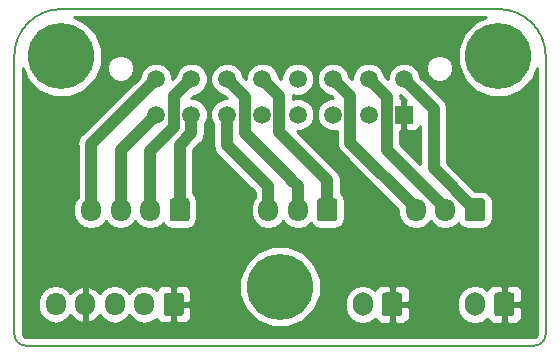
<source format=gbl>
%TF.GenerationSoftware,KiCad,Pcbnew,5.0.2+dfsg1-1*%
%TF.CreationDate,2022-04-03T13:41:23+09:00*%
%TF.ProjectId,toolhead-board,746f6f6c-6865-4616-942d-626f6172642e,rev?*%
%TF.SameCoordinates,Original*%
%TF.FileFunction,Copper,L2,Bot*%
%TF.FilePolarity,Positive*%
%FSLAX46Y46*%
G04 Gerber Fmt 4.6, Leading zero omitted, Abs format (unit mm)*
G04 Created by KiCad (PCBNEW 5.0.2+dfsg1-1) date Sun 03 Apr 2022 01:41:23 PM JST*
%MOMM*%
%LPD*%
G01*
G04 APERTURE LIST*
%ADD10C,0.150000*%
%ADD11O,1.700000X1.950000*%
%ADD12C,0.100000*%
%ADD13C,1.700000*%
%ADD14R,1.500500X1.500500*%
%ADD15C,1.500500*%
%ADD16O,1.700000X2.000000*%
%ADD17C,5.600000*%
%ADD18C,1.000000*%
%ADD19C,0.254000*%
G04 APERTURE END LIST*
D10*
X165000000Y-98500000D02*
G75*
G02X164000000Y-99500000I-1000000J0D01*
G01*
X121000000Y-99500000D02*
G75*
G02X120000000Y-98500000I0J1000000D01*
G01*
X161000000Y-71000000D02*
G75*
G02X165000000Y-75000000I0J-4000000D01*
G01*
X120000000Y-75000000D02*
G75*
G02X124000000Y-71000000I4000000J0D01*
G01*
X120000000Y-75000000D02*
X120000000Y-98500000D01*
X161000000Y-71000000D02*
X124000000Y-71000000D01*
X165000000Y-98500000D02*
X165000000Y-75000000D01*
X121000000Y-99500000D02*
X164000000Y-99500000D01*
D11*
X154000000Y-88000000D03*
X156500000Y-88000000D03*
D12*
G36*
X159624504Y-87026204D02*
X159648773Y-87029804D01*
X159672571Y-87035765D01*
X159695671Y-87044030D01*
X159717849Y-87054520D01*
X159738893Y-87067133D01*
X159758598Y-87081747D01*
X159776777Y-87098223D01*
X159793253Y-87116402D01*
X159807867Y-87136107D01*
X159820480Y-87157151D01*
X159830970Y-87179329D01*
X159839235Y-87202429D01*
X159845196Y-87226227D01*
X159848796Y-87250496D01*
X159850000Y-87275000D01*
X159850000Y-88725000D01*
X159848796Y-88749504D01*
X159845196Y-88773773D01*
X159839235Y-88797571D01*
X159830970Y-88820671D01*
X159820480Y-88842849D01*
X159807867Y-88863893D01*
X159793253Y-88883598D01*
X159776777Y-88901777D01*
X159758598Y-88918253D01*
X159738893Y-88932867D01*
X159717849Y-88945480D01*
X159695671Y-88955970D01*
X159672571Y-88964235D01*
X159648773Y-88970196D01*
X159624504Y-88973796D01*
X159600000Y-88975000D01*
X158400000Y-88975000D01*
X158375496Y-88973796D01*
X158351227Y-88970196D01*
X158327429Y-88964235D01*
X158304329Y-88955970D01*
X158282151Y-88945480D01*
X158261107Y-88932867D01*
X158241402Y-88918253D01*
X158223223Y-88901777D01*
X158206747Y-88883598D01*
X158192133Y-88863893D01*
X158179520Y-88842849D01*
X158169030Y-88820671D01*
X158160765Y-88797571D01*
X158154804Y-88773773D01*
X158151204Y-88749504D01*
X158150000Y-88725000D01*
X158150000Y-87275000D01*
X158151204Y-87250496D01*
X158154804Y-87226227D01*
X158160765Y-87202429D01*
X158169030Y-87179329D01*
X158179520Y-87157151D01*
X158192133Y-87136107D01*
X158206747Y-87116402D01*
X158223223Y-87098223D01*
X158241402Y-87081747D01*
X158261107Y-87067133D01*
X158282151Y-87054520D01*
X158304329Y-87044030D01*
X158327429Y-87035765D01*
X158351227Y-87029804D01*
X158375496Y-87026204D01*
X158400000Y-87025000D01*
X159600000Y-87025000D01*
X159624504Y-87026204D01*
X159624504Y-87026204D01*
G37*
D13*
X159000000Y-88000000D03*
D14*
X152999994Y-79940000D03*
D15*
X149999995Y-79940000D03*
X146999996Y-79940000D03*
X143999997Y-79940000D03*
X140999998Y-79940000D03*
X137999999Y-79940000D03*
X135000000Y-79940000D03*
X132000000Y-79940000D03*
X152999994Y-76940001D03*
X149999995Y-76940001D03*
X146999996Y-76940001D03*
X143999997Y-76940001D03*
X140999998Y-76940001D03*
X137999999Y-76940001D03*
X135000000Y-76940001D03*
X132000000Y-76940001D03*
D16*
X159000000Y-96000000D03*
D12*
G36*
X162124504Y-95001204D02*
X162148773Y-95004804D01*
X162172571Y-95010765D01*
X162195671Y-95019030D01*
X162217849Y-95029520D01*
X162238893Y-95042133D01*
X162258598Y-95056747D01*
X162276777Y-95073223D01*
X162293253Y-95091402D01*
X162307867Y-95111107D01*
X162320480Y-95132151D01*
X162330970Y-95154329D01*
X162339235Y-95177429D01*
X162345196Y-95201227D01*
X162348796Y-95225496D01*
X162350000Y-95250000D01*
X162350000Y-96750000D01*
X162348796Y-96774504D01*
X162345196Y-96798773D01*
X162339235Y-96822571D01*
X162330970Y-96845671D01*
X162320480Y-96867849D01*
X162307867Y-96888893D01*
X162293253Y-96908598D01*
X162276777Y-96926777D01*
X162258598Y-96943253D01*
X162238893Y-96957867D01*
X162217849Y-96970480D01*
X162195671Y-96980970D01*
X162172571Y-96989235D01*
X162148773Y-96995196D01*
X162124504Y-96998796D01*
X162100000Y-97000000D01*
X160900000Y-97000000D01*
X160875496Y-96998796D01*
X160851227Y-96995196D01*
X160827429Y-96989235D01*
X160804329Y-96980970D01*
X160782151Y-96970480D01*
X160761107Y-96957867D01*
X160741402Y-96943253D01*
X160723223Y-96926777D01*
X160706747Y-96908598D01*
X160692133Y-96888893D01*
X160679520Y-96867849D01*
X160669030Y-96845671D01*
X160660765Y-96822571D01*
X160654804Y-96798773D01*
X160651204Y-96774504D01*
X160650000Y-96750000D01*
X160650000Y-95250000D01*
X160651204Y-95225496D01*
X160654804Y-95201227D01*
X160660765Y-95177429D01*
X160669030Y-95154329D01*
X160679520Y-95132151D01*
X160692133Y-95111107D01*
X160706747Y-95091402D01*
X160723223Y-95073223D01*
X160741402Y-95056747D01*
X160761107Y-95042133D01*
X160782151Y-95029520D01*
X160804329Y-95019030D01*
X160827429Y-95010765D01*
X160851227Y-95004804D01*
X160875496Y-95001204D01*
X160900000Y-95000000D01*
X162100000Y-95000000D01*
X162124504Y-95001204D01*
X162124504Y-95001204D01*
G37*
D13*
X161500000Y-96000000D03*
D12*
G36*
X152624504Y-95001204D02*
X152648773Y-95004804D01*
X152672571Y-95010765D01*
X152695671Y-95019030D01*
X152717849Y-95029520D01*
X152738893Y-95042133D01*
X152758598Y-95056747D01*
X152776777Y-95073223D01*
X152793253Y-95091402D01*
X152807867Y-95111107D01*
X152820480Y-95132151D01*
X152830970Y-95154329D01*
X152839235Y-95177429D01*
X152845196Y-95201227D01*
X152848796Y-95225496D01*
X152850000Y-95250000D01*
X152850000Y-96750000D01*
X152848796Y-96774504D01*
X152845196Y-96798773D01*
X152839235Y-96822571D01*
X152830970Y-96845671D01*
X152820480Y-96867849D01*
X152807867Y-96888893D01*
X152793253Y-96908598D01*
X152776777Y-96926777D01*
X152758598Y-96943253D01*
X152738893Y-96957867D01*
X152717849Y-96970480D01*
X152695671Y-96980970D01*
X152672571Y-96989235D01*
X152648773Y-96995196D01*
X152624504Y-96998796D01*
X152600000Y-97000000D01*
X151400000Y-97000000D01*
X151375496Y-96998796D01*
X151351227Y-96995196D01*
X151327429Y-96989235D01*
X151304329Y-96980970D01*
X151282151Y-96970480D01*
X151261107Y-96957867D01*
X151241402Y-96943253D01*
X151223223Y-96926777D01*
X151206747Y-96908598D01*
X151192133Y-96888893D01*
X151179520Y-96867849D01*
X151169030Y-96845671D01*
X151160765Y-96822571D01*
X151154804Y-96798773D01*
X151151204Y-96774504D01*
X151150000Y-96750000D01*
X151150000Y-95250000D01*
X151151204Y-95225496D01*
X151154804Y-95201227D01*
X151160765Y-95177429D01*
X151169030Y-95154329D01*
X151179520Y-95132151D01*
X151192133Y-95111107D01*
X151206747Y-95091402D01*
X151223223Y-95073223D01*
X151241402Y-95056747D01*
X151261107Y-95042133D01*
X151282151Y-95029520D01*
X151304329Y-95019030D01*
X151327429Y-95010765D01*
X151351227Y-95004804D01*
X151375496Y-95001204D01*
X151400000Y-95000000D01*
X152600000Y-95000000D01*
X152624504Y-95001204D01*
X152624504Y-95001204D01*
G37*
D13*
X152000000Y-96000000D03*
D16*
X149500000Y-96000000D03*
D12*
G36*
X147124504Y-87026204D02*
X147148773Y-87029804D01*
X147172571Y-87035765D01*
X147195671Y-87044030D01*
X147217849Y-87054520D01*
X147238893Y-87067133D01*
X147258598Y-87081747D01*
X147276777Y-87098223D01*
X147293253Y-87116402D01*
X147307867Y-87136107D01*
X147320480Y-87157151D01*
X147330970Y-87179329D01*
X147339235Y-87202429D01*
X147345196Y-87226227D01*
X147348796Y-87250496D01*
X147350000Y-87275000D01*
X147350000Y-88725000D01*
X147348796Y-88749504D01*
X147345196Y-88773773D01*
X147339235Y-88797571D01*
X147330970Y-88820671D01*
X147320480Y-88842849D01*
X147307867Y-88863893D01*
X147293253Y-88883598D01*
X147276777Y-88901777D01*
X147258598Y-88918253D01*
X147238893Y-88932867D01*
X147217849Y-88945480D01*
X147195671Y-88955970D01*
X147172571Y-88964235D01*
X147148773Y-88970196D01*
X147124504Y-88973796D01*
X147100000Y-88975000D01*
X145900000Y-88975000D01*
X145875496Y-88973796D01*
X145851227Y-88970196D01*
X145827429Y-88964235D01*
X145804329Y-88955970D01*
X145782151Y-88945480D01*
X145761107Y-88932867D01*
X145741402Y-88918253D01*
X145723223Y-88901777D01*
X145706747Y-88883598D01*
X145692133Y-88863893D01*
X145679520Y-88842849D01*
X145669030Y-88820671D01*
X145660765Y-88797571D01*
X145654804Y-88773773D01*
X145651204Y-88749504D01*
X145650000Y-88725000D01*
X145650000Y-87275000D01*
X145651204Y-87250496D01*
X145654804Y-87226227D01*
X145660765Y-87202429D01*
X145669030Y-87179329D01*
X145679520Y-87157151D01*
X145692133Y-87136107D01*
X145706747Y-87116402D01*
X145723223Y-87098223D01*
X145741402Y-87081747D01*
X145761107Y-87067133D01*
X145782151Y-87054520D01*
X145804329Y-87044030D01*
X145827429Y-87035765D01*
X145851227Y-87029804D01*
X145875496Y-87026204D01*
X145900000Y-87025000D01*
X147100000Y-87025000D01*
X147124504Y-87026204D01*
X147124504Y-87026204D01*
G37*
D13*
X146500000Y-88000000D03*
D11*
X144000000Y-88000000D03*
X141500000Y-88000000D03*
D12*
G36*
X134624504Y-87026204D02*
X134648773Y-87029804D01*
X134672571Y-87035765D01*
X134695671Y-87044030D01*
X134717849Y-87054520D01*
X134738893Y-87067133D01*
X134758598Y-87081747D01*
X134776777Y-87098223D01*
X134793253Y-87116402D01*
X134807867Y-87136107D01*
X134820480Y-87157151D01*
X134830970Y-87179329D01*
X134839235Y-87202429D01*
X134845196Y-87226227D01*
X134848796Y-87250496D01*
X134850000Y-87275000D01*
X134850000Y-88725000D01*
X134848796Y-88749504D01*
X134845196Y-88773773D01*
X134839235Y-88797571D01*
X134830970Y-88820671D01*
X134820480Y-88842849D01*
X134807867Y-88863893D01*
X134793253Y-88883598D01*
X134776777Y-88901777D01*
X134758598Y-88918253D01*
X134738893Y-88932867D01*
X134717849Y-88945480D01*
X134695671Y-88955970D01*
X134672571Y-88964235D01*
X134648773Y-88970196D01*
X134624504Y-88973796D01*
X134600000Y-88975000D01*
X133400000Y-88975000D01*
X133375496Y-88973796D01*
X133351227Y-88970196D01*
X133327429Y-88964235D01*
X133304329Y-88955970D01*
X133282151Y-88945480D01*
X133261107Y-88932867D01*
X133241402Y-88918253D01*
X133223223Y-88901777D01*
X133206747Y-88883598D01*
X133192133Y-88863893D01*
X133179520Y-88842849D01*
X133169030Y-88820671D01*
X133160765Y-88797571D01*
X133154804Y-88773773D01*
X133151204Y-88749504D01*
X133150000Y-88725000D01*
X133150000Y-87275000D01*
X133151204Y-87250496D01*
X133154804Y-87226227D01*
X133160765Y-87202429D01*
X133169030Y-87179329D01*
X133179520Y-87157151D01*
X133192133Y-87136107D01*
X133206747Y-87116402D01*
X133223223Y-87098223D01*
X133241402Y-87081747D01*
X133261107Y-87067133D01*
X133282151Y-87054520D01*
X133304329Y-87044030D01*
X133327429Y-87035765D01*
X133351227Y-87029804D01*
X133375496Y-87026204D01*
X133400000Y-87025000D01*
X134600000Y-87025000D01*
X134624504Y-87026204D01*
X134624504Y-87026204D01*
G37*
D13*
X134000000Y-88000000D03*
D11*
X131500000Y-88000000D03*
X129000000Y-88000000D03*
X126500000Y-88000000D03*
D12*
G36*
X134124504Y-95026204D02*
X134148773Y-95029804D01*
X134172571Y-95035765D01*
X134195671Y-95044030D01*
X134217849Y-95054520D01*
X134238893Y-95067133D01*
X134258598Y-95081747D01*
X134276777Y-95098223D01*
X134293253Y-95116402D01*
X134307867Y-95136107D01*
X134320480Y-95157151D01*
X134330970Y-95179329D01*
X134339235Y-95202429D01*
X134345196Y-95226227D01*
X134348796Y-95250496D01*
X134350000Y-95275000D01*
X134350000Y-96725000D01*
X134348796Y-96749504D01*
X134345196Y-96773773D01*
X134339235Y-96797571D01*
X134330970Y-96820671D01*
X134320480Y-96842849D01*
X134307867Y-96863893D01*
X134293253Y-96883598D01*
X134276777Y-96901777D01*
X134258598Y-96918253D01*
X134238893Y-96932867D01*
X134217849Y-96945480D01*
X134195671Y-96955970D01*
X134172571Y-96964235D01*
X134148773Y-96970196D01*
X134124504Y-96973796D01*
X134100000Y-96975000D01*
X132900000Y-96975000D01*
X132875496Y-96973796D01*
X132851227Y-96970196D01*
X132827429Y-96964235D01*
X132804329Y-96955970D01*
X132782151Y-96945480D01*
X132761107Y-96932867D01*
X132741402Y-96918253D01*
X132723223Y-96901777D01*
X132706747Y-96883598D01*
X132692133Y-96863893D01*
X132679520Y-96842849D01*
X132669030Y-96820671D01*
X132660765Y-96797571D01*
X132654804Y-96773773D01*
X132651204Y-96749504D01*
X132650000Y-96725000D01*
X132650000Y-95275000D01*
X132651204Y-95250496D01*
X132654804Y-95226227D01*
X132660765Y-95202429D01*
X132669030Y-95179329D01*
X132679520Y-95157151D01*
X132692133Y-95136107D01*
X132706747Y-95116402D01*
X132723223Y-95098223D01*
X132741402Y-95081747D01*
X132761107Y-95067133D01*
X132782151Y-95054520D01*
X132804329Y-95044030D01*
X132827429Y-95035765D01*
X132851227Y-95029804D01*
X132875496Y-95026204D01*
X132900000Y-95025000D01*
X134100000Y-95025000D01*
X134124504Y-95026204D01*
X134124504Y-95026204D01*
G37*
D13*
X133500000Y-96000000D03*
D11*
X131000000Y-96000000D03*
X128500000Y-96000000D03*
X126000000Y-96000000D03*
X123500000Y-96000000D03*
D17*
X124000000Y-75000000D03*
X161000000Y-75000000D03*
X142500000Y-94500000D03*
D18*
X142450249Y-78390252D02*
X142450249Y-81450249D01*
X140999998Y-76940001D02*
X142450249Y-78390252D01*
X146500000Y-85500000D02*
X146500000Y-88000000D01*
X142450249Y-81450249D02*
X146500000Y-85500000D01*
X144000000Y-86025000D02*
X144000000Y-88000000D01*
X137999999Y-76940001D02*
X139549747Y-78489749D01*
X143475000Y-85500000D02*
X144000000Y-86025000D01*
X143475000Y-85425253D02*
X139549747Y-81500000D01*
X143475000Y-85500000D02*
X143475000Y-85425253D01*
X139549747Y-78489749D02*
X139549747Y-81500000D01*
X141500000Y-86025000D02*
X137999999Y-82524999D01*
X141500000Y-88000000D02*
X141500000Y-86025000D01*
X137999999Y-82524999D02*
X137999999Y-82000000D01*
X137999999Y-79940000D02*
X137999999Y-82000000D01*
X148450247Y-82325247D02*
X148450247Y-78390252D01*
X148450247Y-78390252D02*
X146999996Y-76940001D01*
X154000000Y-87875000D02*
X148450247Y-82325247D01*
X154000000Y-88000000D02*
X154000000Y-87875000D01*
X156500000Y-87875000D02*
X156500000Y-88000000D01*
X151549743Y-82924743D02*
X156500000Y-87875000D01*
X151549743Y-78489749D02*
X151549743Y-82924743D01*
X149999995Y-76940001D02*
X151549743Y-78489749D01*
X155500000Y-84500000D02*
X159000000Y-88000000D01*
X155500000Y-79440007D02*
X155500000Y-84500000D01*
X152999994Y-76940001D02*
X155500000Y-79440007D01*
X135000000Y-81500000D02*
X135000000Y-79940000D01*
X134000000Y-82500000D02*
X135000000Y-81500000D01*
X134000000Y-88000000D02*
X134000000Y-82500000D01*
X133549749Y-78390252D02*
X135000000Y-76940001D01*
X131500000Y-83049749D02*
X133549749Y-81000000D01*
X133549749Y-81000000D02*
X133549749Y-78390252D01*
X131500000Y-88000000D02*
X131500000Y-83049749D01*
X129000000Y-82940000D02*
X132000000Y-79940000D01*
X129000000Y-88000000D02*
X129000000Y-82940000D01*
X126500000Y-82440001D02*
X132000000Y-76940001D01*
X126500000Y-88000000D02*
X126500000Y-82440001D01*
D19*
G36*
X159054229Y-72087947D02*
X158087947Y-73054229D01*
X157565000Y-74316736D01*
X157565000Y-75683264D01*
X158087947Y-76945771D01*
X159054229Y-77912053D01*
X160316736Y-78435000D01*
X161683264Y-78435000D01*
X162945771Y-77912053D01*
X163912053Y-76945771D01*
X164290001Y-76033323D01*
X164290000Y-98430070D01*
X164255074Y-98605655D01*
X164195225Y-98695226D01*
X164105655Y-98755074D01*
X163930070Y-98790000D01*
X121069930Y-98790000D01*
X120894345Y-98755074D01*
X120804774Y-98695225D01*
X120744926Y-98605655D01*
X120710000Y-98430070D01*
X120710000Y-95728744D01*
X122015000Y-95728744D01*
X122015000Y-96271255D01*
X122101161Y-96704417D01*
X122429375Y-97195625D01*
X122920582Y-97523839D01*
X123500000Y-97639092D01*
X124079417Y-97523839D01*
X124570625Y-97195625D01*
X124753246Y-96922313D01*
X125128807Y-97327497D01*
X125643110Y-97566476D01*
X125873000Y-97445155D01*
X125873000Y-96127000D01*
X125853000Y-96127000D01*
X125853000Y-95873000D01*
X125873000Y-95873000D01*
X125873000Y-94554845D01*
X126127000Y-94554845D01*
X126127000Y-95873000D01*
X126147000Y-95873000D01*
X126147000Y-96127000D01*
X126127000Y-96127000D01*
X126127000Y-97445155D01*
X126356890Y-97566476D01*
X126871193Y-97327497D01*
X127246754Y-96922313D01*
X127429375Y-97195625D01*
X127920582Y-97523839D01*
X128500000Y-97639092D01*
X129079417Y-97523839D01*
X129570625Y-97195625D01*
X129750000Y-96927171D01*
X129929375Y-97195625D01*
X130420582Y-97523839D01*
X131000000Y-97639092D01*
X131579417Y-97523839D01*
X132057656Y-97204291D01*
X132111673Y-97334699D01*
X132290302Y-97513327D01*
X132523691Y-97610000D01*
X133214250Y-97610000D01*
X133373000Y-97451250D01*
X133373000Y-96127000D01*
X133627000Y-96127000D01*
X133627000Y-97451250D01*
X133785750Y-97610000D01*
X134476309Y-97610000D01*
X134709698Y-97513327D01*
X134888327Y-97334699D01*
X134985000Y-97101310D01*
X134985000Y-96285750D01*
X134826250Y-96127000D01*
X133627000Y-96127000D01*
X133373000Y-96127000D01*
X133353000Y-96127000D01*
X133353000Y-95873000D01*
X133373000Y-95873000D01*
X133373000Y-94548750D01*
X133627000Y-94548750D01*
X133627000Y-95873000D01*
X134826250Y-95873000D01*
X134985000Y-95714250D01*
X134985000Y-94898690D01*
X134888327Y-94665301D01*
X134709698Y-94486673D01*
X134476309Y-94390000D01*
X133785750Y-94390000D01*
X133627000Y-94548750D01*
X133373000Y-94548750D01*
X133214250Y-94390000D01*
X132523691Y-94390000D01*
X132290302Y-94486673D01*
X132111673Y-94665301D01*
X132057656Y-94795709D01*
X131579418Y-94476161D01*
X131000000Y-94360908D01*
X130420583Y-94476161D01*
X129929375Y-94804375D01*
X129750000Y-95072829D01*
X129570625Y-94804375D01*
X129079418Y-94476161D01*
X128500000Y-94360908D01*
X127920583Y-94476161D01*
X127429375Y-94804375D01*
X127246754Y-95077687D01*
X126871193Y-94672503D01*
X126356890Y-94433524D01*
X126127000Y-94554845D01*
X125873000Y-94554845D01*
X125643110Y-94433524D01*
X125128807Y-94672503D01*
X124753246Y-95077687D01*
X124570625Y-94804375D01*
X124079418Y-94476161D01*
X123500000Y-94360908D01*
X122920583Y-94476161D01*
X122429375Y-94804375D01*
X122101161Y-95295582D01*
X122015000Y-95728744D01*
X120710000Y-95728744D01*
X120710000Y-93816736D01*
X139065000Y-93816736D01*
X139065000Y-95183264D01*
X139587947Y-96445771D01*
X140554229Y-97412053D01*
X141816736Y-97935000D01*
X143183264Y-97935000D01*
X144445771Y-97412053D01*
X145412053Y-96445771D01*
X145719410Y-95703744D01*
X148015000Y-95703744D01*
X148015000Y-96296255D01*
X148101161Y-96729417D01*
X148429375Y-97220625D01*
X148920582Y-97548839D01*
X149500000Y-97664092D01*
X150079417Y-97548839D01*
X150557656Y-97229291D01*
X150611673Y-97359699D01*
X150790302Y-97538327D01*
X151023691Y-97635000D01*
X151714250Y-97635000D01*
X151873000Y-97476250D01*
X151873000Y-96127000D01*
X152127000Y-96127000D01*
X152127000Y-97476250D01*
X152285750Y-97635000D01*
X152976309Y-97635000D01*
X153209698Y-97538327D01*
X153388327Y-97359699D01*
X153485000Y-97126310D01*
X153485000Y-96285750D01*
X153326250Y-96127000D01*
X152127000Y-96127000D01*
X151873000Y-96127000D01*
X151853000Y-96127000D01*
X151853000Y-95873000D01*
X151873000Y-95873000D01*
X151873000Y-94523750D01*
X152127000Y-94523750D01*
X152127000Y-95873000D01*
X153326250Y-95873000D01*
X153485000Y-95714250D01*
X153485000Y-95703744D01*
X157515000Y-95703744D01*
X157515000Y-96296255D01*
X157601161Y-96729417D01*
X157929375Y-97220625D01*
X158420582Y-97548839D01*
X159000000Y-97664092D01*
X159579417Y-97548839D01*
X160057656Y-97229291D01*
X160111673Y-97359699D01*
X160290302Y-97538327D01*
X160523691Y-97635000D01*
X161214250Y-97635000D01*
X161373000Y-97476250D01*
X161373000Y-96127000D01*
X161627000Y-96127000D01*
X161627000Y-97476250D01*
X161785750Y-97635000D01*
X162476309Y-97635000D01*
X162709698Y-97538327D01*
X162888327Y-97359699D01*
X162985000Y-97126310D01*
X162985000Y-96285750D01*
X162826250Y-96127000D01*
X161627000Y-96127000D01*
X161373000Y-96127000D01*
X161353000Y-96127000D01*
X161353000Y-95873000D01*
X161373000Y-95873000D01*
X161373000Y-94523750D01*
X161627000Y-94523750D01*
X161627000Y-95873000D01*
X162826250Y-95873000D01*
X162985000Y-95714250D01*
X162985000Y-94873690D01*
X162888327Y-94640301D01*
X162709698Y-94461673D01*
X162476309Y-94365000D01*
X161785750Y-94365000D01*
X161627000Y-94523750D01*
X161373000Y-94523750D01*
X161214250Y-94365000D01*
X160523691Y-94365000D01*
X160290302Y-94461673D01*
X160111673Y-94640301D01*
X160057656Y-94770709D01*
X159579418Y-94451161D01*
X159000000Y-94335908D01*
X158420583Y-94451161D01*
X157929375Y-94779375D01*
X157601161Y-95270582D01*
X157515000Y-95703744D01*
X153485000Y-95703744D01*
X153485000Y-94873690D01*
X153388327Y-94640301D01*
X153209698Y-94461673D01*
X152976309Y-94365000D01*
X152285750Y-94365000D01*
X152127000Y-94523750D01*
X151873000Y-94523750D01*
X151714250Y-94365000D01*
X151023691Y-94365000D01*
X150790302Y-94461673D01*
X150611673Y-94640301D01*
X150557656Y-94770709D01*
X150079418Y-94451161D01*
X149500000Y-94335908D01*
X148920583Y-94451161D01*
X148429375Y-94779375D01*
X148101161Y-95270582D01*
X148015000Y-95703744D01*
X145719410Y-95703744D01*
X145935000Y-95183264D01*
X145935000Y-93816736D01*
X145412053Y-92554229D01*
X144445771Y-91587947D01*
X143183264Y-91065000D01*
X141816736Y-91065000D01*
X140554229Y-91587947D01*
X139587947Y-92554229D01*
X139065000Y-93816736D01*
X120710000Y-93816736D01*
X120710000Y-87728744D01*
X125015000Y-87728744D01*
X125015000Y-88271255D01*
X125101161Y-88704417D01*
X125429375Y-89195625D01*
X125920582Y-89523839D01*
X126500000Y-89639092D01*
X127079417Y-89523839D01*
X127570625Y-89195625D01*
X127750000Y-88927171D01*
X127929375Y-89195625D01*
X128420582Y-89523839D01*
X129000000Y-89639092D01*
X129579417Y-89523839D01*
X130070625Y-89195625D01*
X130250000Y-88927171D01*
X130429375Y-89195625D01*
X130920582Y-89523839D01*
X131500000Y-89639092D01*
X132079417Y-89523839D01*
X132570625Y-89195625D01*
X132613242Y-89131844D01*
X132765414Y-89359586D01*
X133056565Y-89554126D01*
X133400000Y-89622440D01*
X134600000Y-89622440D01*
X134943435Y-89554126D01*
X135234586Y-89359586D01*
X135429126Y-89068435D01*
X135497440Y-88725000D01*
X135497440Y-87275000D01*
X135429126Y-86931565D01*
X135234586Y-86640414D01*
X135135000Y-86573873D01*
X135135000Y-82970132D01*
X135723524Y-82381609D01*
X135818289Y-82318289D01*
X136069146Y-81942855D01*
X136100990Y-81782765D01*
X136157235Y-81500000D01*
X136135000Y-81388217D01*
X136135000Y-80764040D01*
X136174359Y-80724681D01*
X136385250Y-80215543D01*
X136385250Y-79664457D01*
X136174359Y-79155319D01*
X135784681Y-78765641D01*
X135275543Y-78554750D01*
X134990382Y-78554750D01*
X135219882Y-78325251D01*
X135275543Y-78325251D01*
X135784681Y-78114360D01*
X136174359Y-77724682D01*
X136385250Y-77215544D01*
X136385250Y-76664458D01*
X136614749Y-76664458D01*
X136614749Y-77215544D01*
X136825640Y-77724682D01*
X137215318Y-78114360D01*
X137724456Y-78325251D01*
X137780118Y-78325251D01*
X138009616Y-78554750D01*
X137724456Y-78554750D01*
X137215318Y-78765641D01*
X136825640Y-79155319D01*
X136614749Y-79664457D01*
X136614749Y-80215543D01*
X136825640Y-80724681D01*
X136864999Y-80764040D01*
X136865000Y-81888212D01*
X136864999Y-81888217D01*
X136864999Y-82413216D01*
X136842764Y-82524999D01*
X136891120Y-82768101D01*
X136930853Y-82967853D01*
X137181710Y-83343288D01*
X137276481Y-83406612D01*
X140365001Y-86495133D01*
X140365001Y-86900718D01*
X140101161Y-87295582D01*
X140015000Y-87728744D01*
X140015000Y-88271255D01*
X140101161Y-88704417D01*
X140429375Y-89195625D01*
X140920582Y-89523839D01*
X141500000Y-89639092D01*
X142079417Y-89523839D01*
X142570625Y-89195625D01*
X142750000Y-88927171D01*
X142929375Y-89195625D01*
X143420582Y-89523839D01*
X144000000Y-89639092D01*
X144579417Y-89523839D01*
X145070625Y-89195625D01*
X145113242Y-89131844D01*
X145265414Y-89359586D01*
X145556565Y-89554126D01*
X145900000Y-89622440D01*
X147100000Y-89622440D01*
X147443435Y-89554126D01*
X147734586Y-89359586D01*
X147929126Y-89068435D01*
X147997440Y-88725000D01*
X147997440Y-87275000D01*
X147929126Y-86931565D01*
X147734586Y-86640414D01*
X147635000Y-86573873D01*
X147635000Y-85611782D01*
X147657235Y-85500000D01*
X147569146Y-85057145D01*
X147519202Y-84982399D01*
X147318289Y-84681711D01*
X147223522Y-84618390D01*
X143930381Y-81325250D01*
X144275540Y-81325250D01*
X144784678Y-81114359D01*
X145174356Y-80724681D01*
X145385247Y-80215543D01*
X145385247Y-79664457D01*
X145174356Y-79155319D01*
X144784678Y-78765641D01*
X144275540Y-78554750D01*
X143724454Y-78554750D01*
X143585249Y-78612410D01*
X143585249Y-78502035D01*
X143607484Y-78390252D01*
X143582891Y-78266614D01*
X143724454Y-78325251D01*
X144275540Y-78325251D01*
X144784678Y-78114360D01*
X145174356Y-77724682D01*
X145385247Y-77215544D01*
X145385247Y-76664458D01*
X145614746Y-76664458D01*
X145614746Y-77215544D01*
X145825637Y-77724682D01*
X146215315Y-78114360D01*
X146724453Y-78325251D01*
X146780115Y-78325251D01*
X147009613Y-78554750D01*
X146724453Y-78554750D01*
X146215315Y-78765641D01*
X145825637Y-79155319D01*
X145614746Y-79664457D01*
X145614746Y-80215543D01*
X145825637Y-80724681D01*
X146215315Y-81114359D01*
X146724453Y-81325250D01*
X147275539Y-81325250D01*
X147315247Y-81308802D01*
X147315247Y-82213464D01*
X147293012Y-82325247D01*
X147349035Y-82606894D01*
X147381101Y-82768101D01*
X147631958Y-83143536D01*
X147726729Y-83206860D01*
X152515000Y-87995132D01*
X152515000Y-88271255D01*
X152601161Y-88704417D01*
X152929375Y-89195625D01*
X153420582Y-89523839D01*
X154000000Y-89639092D01*
X154579417Y-89523839D01*
X155070625Y-89195625D01*
X155250000Y-88927171D01*
X155429375Y-89195625D01*
X155920582Y-89523839D01*
X156500000Y-89639092D01*
X157079417Y-89523839D01*
X157570625Y-89195625D01*
X157613242Y-89131844D01*
X157765414Y-89359586D01*
X158056565Y-89554126D01*
X158400000Y-89622440D01*
X159600000Y-89622440D01*
X159943435Y-89554126D01*
X160234586Y-89359586D01*
X160429126Y-89068435D01*
X160497440Y-88725000D01*
X160497440Y-87275000D01*
X160429126Y-86931565D01*
X160234586Y-86640414D01*
X159943435Y-86445874D01*
X159600000Y-86377560D01*
X158982693Y-86377560D01*
X156635000Y-84029869D01*
X156635000Y-79551788D01*
X156657235Y-79440006D01*
X156635000Y-79328224D01*
X156569146Y-78997152D01*
X156318289Y-78621718D01*
X156223521Y-78558397D01*
X154385244Y-76720120D01*
X154385244Y-76664458D01*
X154174353Y-76155320D01*
X153791278Y-75772245D01*
X154854993Y-75772245D01*
X154854993Y-76227755D01*
X155029309Y-76648590D01*
X155351403Y-76970684D01*
X155772238Y-77145000D01*
X156227748Y-77145000D01*
X156648583Y-76970684D01*
X156970677Y-76648590D01*
X157144993Y-76227755D01*
X157144993Y-75772245D01*
X156970677Y-75351410D01*
X156648583Y-75029316D01*
X156227748Y-74855000D01*
X155772238Y-74855000D01*
X155351403Y-75029316D01*
X155029309Y-75351410D01*
X154854993Y-75772245D01*
X153791278Y-75772245D01*
X153784675Y-75765642D01*
X153275537Y-75554751D01*
X152724451Y-75554751D01*
X152215313Y-75765642D01*
X151825635Y-76155320D01*
X151614744Y-76664458D01*
X151614744Y-76949618D01*
X151385245Y-76720120D01*
X151385245Y-76664458D01*
X151174354Y-76155320D01*
X150784676Y-75765642D01*
X150275538Y-75554751D01*
X149724452Y-75554751D01*
X149215314Y-75765642D01*
X148825636Y-76155320D01*
X148614745Y-76664458D01*
X148614745Y-76949618D01*
X148385246Y-76720120D01*
X148385246Y-76664458D01*
X148174355Y-76155320D01*
X147784677Y-75765642D01*
X147275539Y-75554751D01*
X146724453Y-75554751D01*
X146215315Y-75765642D01*
X145825637Y-76155320D01*
X145614746Y-76664458D01*
X145385247Y-76664458D01*
X145174356Y-76155320D01*
X144784678Y-75765642D01*
X144275540Y-75554751D01*
X143724454Y-75554751D01*
X143215316Y-75765642D01*
X142825638Y-76155320D01*
X142614747Y-76664458D01*
X142614747Y-76949618D01*
X142385248Y-76720120D01*
X142385248Y-76664458D01*
X142174357Y-76155320D01*
X141784679Y-75765642D01*
X141275541Y-75554751D01*
X140724455Y-75554751D01*
X140215317Y-75765642D01*
X139825639Y-76155320D01*
X139614748Y-76664458D01*
X139614748Y-76949618D01*
X139385249Y-76720120D01*
X139385249Y-76664458D01*
X139174358Y-76155320D01*
X138784680Y-75765642D01*
X138275542Y-75554751D01*
X137724456Y-75554751D01*
X137215318Y-75765642D01*
X136825640Y-76155320D01*
X136614749Y-76664458D01*
X136385250Y-76664458D01*
X136174359Y-76155320D01*
X135784681Y-75765642D01*
X135275543Y-75554751D01*
X134724457Y-75554751D01*
X134215319Y-75765642D01*
X133825641Y-76155320D01*
X133614750Y-76664458D01*
X133614750Y-76720119D01*
X133385250Y-76949620D01*
X133385250Y-76664458D01*
X133174359Y-76155320D01*
X132784681Y-75765642D01*
X132275543Y-75554751D01*
X131724457Y-75554751D01*
X131215319Y-75765642D01*
X130825641Y-76155320D01*
X130614750Y-76664458D01*
X130614750Y-76720118D01*
X125776480Y-81558390D01*
X125681712Y-81621712D01*
X125525435Y-81855597D01*
X125430854Y-81997147D01*
X125342765Y-82440001D01*
X125365001Y-82551789D01*
X125365000Y-86900719D01*
X125101161Y-87295582D01*
X125015000Y-87728744D01*
X120710000Y-87728744D01*
X120710000Y-76033325D01*
X121087947Y-76945771D01*
X122054229Y-77912053D01*
X123316736Y-78435000D01*
X124683264Y-78435000D01*
X125945771Y-77912053D01*
X126912053Y-76945771D01*
X127398142Y-75772245D01*
X127855047Y-75772245D01*
X127855047Y-76227755D01*
X128029363Y-76648590D01*
X128351457Y-76970684D01*
X128772292Y-77145000D01*
X129227802Y-77145000D01*
X129648637Y-76970684D01*
X129970731Y-76648590D01*
X130145047Y-76227755D01*
X130145047Y-75772245D01*
X129970731Y-75351410D01*
X129648637Y-75029316D01*
X129227802Y-74855000D01*
X128772292Y-74855000D01*
X128351457Y-75029316D01*
X128029363Y-75351410D01*
X127855047Y-75772245D01*
X127398142Y-75772245D01*
X127435000Y-75683264D01*
X127435000Y-74316736D01*
X126912053Y-73054229D01*
X125945771Y-72087947D01*
X125033325Y-71710000D01*
X159966675Y-71710000D01*
X159054229Y-72087947D01*
X159054229Y-72087947D01*
G37*
X159054229Y-72087947D02*
X158087947Y-73054229D01*
X157565000Y-74316736D01*
X157565000Y-75683264D01*
X158087947Y-76945771D01*
X159054229Y-77912053D01*
X160316736Y-78435000D01*
X161683264Y-78435000D01*
X162945771Y-77912053D01*
X163912053Y-76945771D01*
X164290001Y-76033323D01*
X164290000Y-98430070D01*
X164255074Y-98605655D01*
X164195225Y-98695226D01*
X164105655Y-98755074D01*
X163930070Y-98790000D01*
X121069930Y-98790000D01*
X120894345Y-98755074D01*
X120804774Y-98695225D01*
X120744926Y-98605655D01*
X120710000Y-98430070D01*
X120710000Y-95728744D01*
X122015000Y-95728744D01*
X122015000Y-96271255D01*
X122101161Y-96704417D01*
X122429375Y-97195625D01*
X122920582Y-97523839D01*
X123500000Y-97639092D01*
X124079417Y-97523839D01*
X124570625Y-97195625D01*
X124753246Y-96922313D01*
X125128807Y-97327497D01*
X125643110Y-97566476D01*
X125873000Y-97445155D01*
X125873000Y-96127000D01*
X125853000Y-96127000D01*
X125853000Y-95873000D01*
X125873000Y-95873000D01*
X125873000Y-94554845D01*
X126127000Y-94554845D01*
X126127000Y-95873000D01*
X126147000Y-95873000D01*
X126147000Y-96127000D01*
X126127000Y-96127000D01*
X126127000Y-97445155D01*
X126356890Y-97566476D01*
X126871193Y-97327497D01*
X127246754Y-96922313D01*
X127429375Y-97195625D01*
X127920582Y-97523839D01*
X128500000Y-97639092D01*
X129079417Y-97523839D01*
X129570625Y-97195625D01*
X129750000Y-96927171D01*
X129929375Y-97195625D01*
X130420582Y-97523839D01*
X131000000Y-97639092D01*
X131579417Y-97523839D01*
X132057656Y-97204291D01*
X132111673Y-97334699D01*
X132290302Y-97513327D01*
X132523691Y-97610000D01*
X133214250Y-97610000D01*
X133373000Y-97451250D01*
X133373000Y-96127000D01*
X133627000Y-96127000D01*
X133627000Y-97451250D01*
X133785750Y-97610000D01*
X134476309Y-97610000D01*
X134709698Y-97513327D01*
X134888327Y-97334699D01*
X134985000Y-97101310D01*
X134985000Y-96285750D01*
X134826250Y-96127000D01*
X133627000Y-96127000D01*
X133373000Y-96127000D01*
X133353000Y-96127000D01*
X133353000Y-95873000D01*
X133373000Y-95873000D01*
X133373000Y-94548750D01*
X133627000Y-94548750D01*
X133627000Y-95873000D01*
X134826250Y-95873000D01*
X134985000Y-95714250D01*
X134985000Y-94898690D01*
X134888327Y-94665301D01*
X134709698Y-94486673D01*
X134476309Y-94390000D01*
X133785750Y-94390000D01*
X133627000Y-94548750D01*
X133373000Y-94548750D01*
X133214250Y-94390000D01*
X132523691Y-94390000D01*
X132290302Y-94486673D01*
X132111673Y-94665301D01*
X132057656Y-94795709D01*
X131579418Y-94476161D01*
X131000000Y-94360908D01*
X130420583Y-94476161D01*
X129929375Y-94804375D01*
X129750000Y-95072829D01*
X129570625Y-94804375D01*
X129079418Y-94476161D01*
X128500000Y-94360908D01*
X127920583Y-94476161D01*
X127429375Y-94804375D01*
X127246754Y-95077687D01*
X126871193Y-94672503D01*
X126356890Y-94433524D01*
X126127000Y-94554845D01*
X125873000Y-94554845D01*
X125643110Y-94433524D01*
X125128807Y-94672503D01*
X124753246Y-95077687D01*
X124570625Y-94804375D01*
X124079418Y-94476161D01*
X123500000Y-94360908D01*
X122920583Y-94476161D01*
X122429375Y-94804375D01*
X122101161Y-95295582D01*
X122015000Y-95728744D01*
X120710000Y-95728744D01*
X120710000Y-93816736D01*
X139065000Y-93816736D01*
X139065000Y-95183264D01*
X139587947Y-96445771D01*
X140554229Y-97412053D01*
X141816736Y-97935000D01*
X143183264Y-97935000D01*
X144445771Y-97412053D01*
X145412053Y-96445771D01*
X145719410Y-95703744D01*
X148015000Y-95703744D01*
X148015000Y-96296255D01*
X148101161Y-96729417D01*
X148429375Y-97220625D01*
X148920582Y-97548839D01*
X149500000Y-97664092D01*
X150079417Y-97548839D01*
X150557656Y-97229291D01*
X150611673Y-97359699D01*
X150790302Y-97538327D01*
X151023691Y-97635000D01*
X151714250Y-97635000D01*
X151873000Y-97476250D01*
X151873000Y-96127000D01*
X152127000Y-96127000D01*
X152127000Y-97476250D01*
X152285750Y-97635000D01*
X152976309Y-97635000D01*
X153209698Y-97538327D01*
X153388327Y-97359699D01*
X153485000Y-97126310D01*
X153485000Y-96285750D01*
X153326250Y-96127000D01*
X152127000Y-96127000D01*
X151873000Y-96127000D01*
X151853000Y-96127000D01*
X151853000Y-95873000D01*
X151873000Y-95873000D01*
X151873000Y-94523750D01*
X152127000Y-94523750D01*
X152127000Y-95873000D01*
X153326250Y-95873000D01*
X153485000Y-95714250D01*
X153485000Y-95703744D01*
X157515000Y-95703744D01*
X157515000Y-96296255D01*
X157601161Y-96729417D01*
X157929375Y-97220625D01*
X158420582Y-97548839D01*
X159000000Y-97664092D01*
X159579417Y-97548839D01*
X160057656Y-97229291D01*
X160111673Y-97359699D01*
X160290302Y-97538327D01*
X160523691Y-97635000D01*
X161214250Y-97635000D01*
X161373000Y-97476250D01*
X161373000Y-96127000D01*
X161627000Y-96127000D01*
X161627000Y-97476250D01*
X161785750Y-97635000D01*
X162476309Y-97635000D01*
X162709698Y-97538327D01*
X162888327Y-97359699D01*
X162985000Y-97126310D01*
X162985000Y-96285750D01*
X162826250Y-96127000D01*
X161627000Y-96127000D01*
X161373000Y-96127000D01*
X161353000Y-96127000D01*
X161353000Y-95873000D01*
X161373000Y-95873000D01*
X161373000Y-94523750D01*
X161627000Y-94523750D01*
X161627000Y-95873000D01*
X162826250Y-95873000D01*
X162985000Y-95714250D01*
X162985000Y-94873690D01*
X162888327Y-94640301D01*
X162709698Y-94461673D01*
X162476309Y-94365000D01*
X161785750Y-94365000D01*
X161627000Y-94523750D01*
X161373000Y-94523750D01*
X161214250Y-94365000D01*
X160523691Y-94365000D01*
X160290302Y-94461673D01*
X160111673Y-94640301D01*
X160057656Y-94770709D01*
X159579418Y-94451161D01*
X159000000Y-94335908D01*
X158420583Y-94451161D01*
X157929375Y-94779375D01*
X157601161Y-95270582D01*
X157515000Y-95703744D01*
X153485000Y-95703744D01*
X153485000Y-94873690D01*
X153388327Y-94640301D01*
X153209698Y-94461673D01*
X152976309Y-94365000D01*
X152285750Y-94365000D01*
X152127000Y-94523750D01*
X151873000Y-94523750D01*
X151714250Y-94365000D01*
X151023691Y-94365000D01*
X150790302Y-94461673D01*
X150611673Y-94640301D01*
X150557656Y-94770709D01*
X150079418Y-94451161D01*
X149500000Y-94335908D01*
X148920583Y-94451161D01*
X148429375Y-94779375D01*
X148101161Y-95270582D01*
X148015000Y-95703744D01*
X145719410Y-95703744D01*
X145935000Y-95183264D01*
X145935000Y-93816736D01*
X145412053Y-92554229D01*
X144445771Y-91587947D01*
X143183264Y-91065000D01*
X141816736Y-91065000D01*
X140554229Y-91587947D01*
X139587947Y-92554229D01*
X139065000Y-93816736D01*
X120710000Y-93816736D01*
X120710000Y-87728744D01*
X125015000Y-87728744D01*
X125015000Y-88271255D01*
X125101161Y-88704417D01*
X125429375Y-89195625D01*
X125920582Y-89523839D01*
X126500000Y-89639092D01*
X127079417Y-89523839D01*
X127570625Y-89195625D01*
X127750000Y-88927171D01*
X127929375Y-89195625D01*
X128420582Y-89523839D01*
X129000000Y-89639092D01*
X129579417Y-89523839D01*
X130070625Y-89195625D01*
X130250000Y-88927171D01*
X130429375Y-89195625D01*
X130920582Y-89523839D01*
X131500000Y-89639092D01*
X132079417Y-89523839D01*
X132570625Y-89195625D01*
X132613242Y-89131844D01*
X132765414Y-89359586D01*
X133056565Y-89554126D01*
X133400000Y-89622440D01*
X134600000Y-89622440D01*
X134943435Y-89554126D01*
X135234586Y-89359586D01*
X135429126Y-89068435D01*
X135497440Y-88725000D01*
X135497440Y-87275000D01*
X135429126Y-86931565D01*
X135234586Y-86640414D01*
X135135000Y-86573873D01*
X135135000Y-82970132D01*
X135723524Y-82381609D01*
X135818289Y-82318289D01*
X136069146Y-81942855D01*
X136100990Y-81782765D01*
X136157235Y-81500000D01*
X136135000Y-81388217D01*
X136135000Y-80764040D01*
X136174359Y-80724681D01*
X136385250Y-80215543D01*
X136385250Y-79664457D01*
X136174359Y-79155319D01*
X135784681Y-78765641D01*
X135275543Y-78554750D01*
X134990382Y-78554750D01*
X135219882Y-78325251D01*
X135275543Y-78325251D01*
X135784681Y-78114360D01*
X136174359Y-77724682D01*
X136385250Y-77215544D01*
X136385250Y-76664458D01*
X136614749Y-76664458D01*
X136614749Y-77215544D01*
X136825640Y-77724682D01*
X137215318Y-78114360D01*
X137724456Y-78325251D01*
X137780118Y-78325251D01*
X138009616Y-78554750D01*
X137724456Y-78554750D01*
X137215318Y-78765641D01*
X136825640Y-79155319D01*
X136614749Y-79664457D01*
X136614749Y-80215543D01*
X136825640Y-80724681D01*
X136864999Y-80764040D01*
X136865000Y-81888212D01*
X136864999Y-81888217D01*
X136864999Y-82413216D01*
X136842764Y-82524999D01*
X136891120Y-82768101D01*
X136930853Y-82967853D01*
X137181710Y-83343288D01*
X137276481Y-83406612D01*
X140365001Y-86495133D01*
X140365001Y-86900718D01*
X140101161Y-87295582D01*
X140015000Y-87728744D01*
X140015000Y-88271255D01*
X140101161Y-88704417D01*
X140429375Y-89195625D01*
X140920582Y-89523839D01*
X141500000Y-89639092D01*
X142079417Y-89523839D01*
X142570625Y-89195625D01*
X142750000Y-88927171D01*
X142929375Y-89195625D01*
X143420582Y-89523839D01*
X144000000Y-89639092D01*
X144579417Y-89523839D01*
X145070625Y-89195625D01*
X145113242Y-89131844D01*
X145265414Y-89359586D01*
X145556565Y-89554126D01*
X145900000Y-89622440D01*
X147100000Y-89622440D01*
X147443435Y-89554126D01*
X147734586Y-89359586D01*
X147929126Y-89068435D01*
X147997440Y-88725000D01*
X147997440Y-87275000D01*
X147929126Y-86931565D01*
X147734586Y-86640414D01*
X147635000Y-86573873D01*
X147635000Y-85611782D01*
X147657235Y-85500000D01*
X147569146Y-85057145D01*
X147519202Y-84982399D01*
X147318289Y-84681711D01*
X147223522Y-84618390D01*
X143930381Y-81325250D01*
X144275540Y-81325250D01*
X144784678Y-81114359D01*
X145174356Y-80724681D01*
X145385247Y-80215543D01*
X145385247Y-79664457D01*
X145174356Y-79155319D01*
X144784678Y-78765641D01*
X144275540Y-78554750D01*
X143724454Y-78554750D01*
X143585249Y-78612410D01*
X143585249Y-78502035D01*
X143607484Y-78390252D01*
X143582891Y-78266614D01*
X143724454Y-78325251D01*
X144275540Y-78325251D01*
X144784678Y-78114360D01*
X145174356Y-77724682D01*
X145385247Y-77215544D01*
X145385247Y-76664458D01*
X145614746Y-76664458D01*
X145614746Y-77215544D01*
X145825637Y-77724682D01*
X146215315Y-78114360D01*
X146724453Y-78325251D01*
X146780115Y-78325251D01*
X147009613Y-78554750D01*
X146724453Y-78554750D01*
X146215315Y-78765641D01*
X145825637Y-79155319D01*
X145614746Y-79664457D01*
X145614746Y-80215543D01*
X145825637Y-80724681D01*
X146215315Y-81114359D01*
X146724453Y-81325250D01*
X147275539Y-81325250D01*
X147315247Y-81308802D01*
X147315247Y-82213464D01*
X147293012Y-82325247D01*
X147349035Y-82606894D01*
X147381101Y-82768101D01*
X147631958Y-83143536D01*
X147726729Y-83206860D01*
X152515000Y-87995132D01*
X152515000Y-88271255D01*
X152601161Y-88704417D01*
X152929375Y-89195625D01*
X153420582Y-89523839D01*
X154000000Y-89639092D01*
X154579417Y-89523839D01*
X155070625Y-89195625D01*
X155250000Y-88927171D01*
X155429375Y-89195625D01*
X155920582Y-89523839D01*
X156500000Y-89639092D01*
X157079417Y-89523839D01*
X157570625Y-89195625D01*
X157613242Y-89131844D01*
X157765414Y-89359586D01*
X158056565Y-89554126D01*
X158400000Y-89622440D01*
X159600000Y-89622440D01*
X159943435Y-89554126D01*
X160234586Y-89359586D01*
X160429126Y-89068435D01*
X160497440Y-88725000D01*
X160497440Y-87275000D01*
X160429126Y-86931565D01*
X160234586Y-86640414D01*
X159943435Y-86445874D01*
X159600000Y-86377560D01*
X158982693Y-86377560D01*
X156635000Y-84029869D01*
X156635000Y-79551788D01*
X156657235Y-79440006D01*
X156635000Y-79328224D01*
X156569146Y-78997152D01*
X156318289Y-78621718D01*
X156223521Y-78558397D01*
X154385244Y-76720120D01*
X154385244Y-76664458D01*
X154174353Y-76155320D01*
X153791278Y-75772245D01*
X154854993Y-75772245D01*
X154854993Y-76227755D01*
X155029309Y-76648590D01*
X155351403Y-76970684D01*
X155772238Y-77145000D01*
X156227748Y-77145000D01*
X156648583Y-76970684D01*
X156970677Y-76648590D01*
X157144993Y-76227755D01*
X157144993Y-75772245D01*
X156970677Y-75351410D01*
X156648583Y-75029316D01*
X156227748Y-74855000D01*
X155772238Y-74855000D01*
X155351403Y-75029316D01*
X155029309Y-75351410D01*
X154854993Y-75772245D01*
X153791278Y-75772245D01*
X153784675Y-75765642D01*
X153275537Y-75554751D01*
X152724451Y-75554751D01*
X152215313Y-75765642D01*
X151825635Y-76155320D01*
X151614744Y-76664458D01*
X151614744Y-76949618D01*
X151385245Y-76720120D01*
X151385245Y-76664458D01*
X151174354Y-76155320D01*
X150784676Y-75765642D01*
X150275538Y-75554751D01*
X149724452Y-75554751D01*
X149215314Y-75765642D01*
X148825636Y-76155320D01*
X148614745Y-76664458D01*
X148614745Y-76949618D01*
X148385246Y-76720120D01*
X148385246Y-76664458D01*
X148174355Y-76155320D01*
X147784677Y-75765642D01*
X147275539Y-75554751D01*
X146724453Y-75554751D01*
X146215315Y-75765642D01*
X145825637Y-76155320D01*
X145614746Y-76664458D01*
X145385247Y-76664458D01*
X145174356Y-76155320D01*
X144784678Y-75765642D01*
X144275540Y-75554751D01*
X143724454Y-75554751D01*
X143215316Y-75765642D01*
X142825638Y-76155320D01*
X142614747Y-76664458D01*
X142614747Y-76949618D01*
X142385248Y-76720120D01*
X142385248Y-76664458D01*
X142174357Y-76155320D01*
X141784679Y-75765642D01*
X141275541Y-75554751D01*
X140724455Y-75554751D01*
X140215317Y-75765642D01*
X139825639Y-76155320D01*
X139614748Y-76664458D01*
X139614748Y-76949618D01*
X139385249Y-76720120D01*
X139385249Y-76664458D01*
X139174358Y-76155320D01*
X138784680Y-75765642D01*
X138275542Y-75554751D01*
X137724456Y-75554751D01*
X137215318Y-75765642D01*
X136825640Y-76155320D01*
X136614749Y-76664458D01*
X136385250Y-76664458D01*
X136174359Y-76155320D01*
X135784681Y-75765642D01*
X135275543Y-75554751D01*
X134724457Y-75554751D01*
X134215319Y-75765642D01*
X133825641Y-76155320D01*
X133614750Y-76664458D01*
X133614750Y-76720119D01*
X133385250Y-76949620D01*
X133385250Y-76664458D01*
X133174359Y-76155320D01*
X132784681Y-75765642D01*
X132275543Y-75554751D01*
X131724457Y-75554751D01*
X131215319Y-75765642D01*
X130825641Y-76155320D01*
X130614750Y-76664458D01*
X130614750Y-76720118D01*
X125776480Y-81558390D01*
X125681712Y-81621712D01*
X125525435Y-81855597D01*
X125430854Y-81997147D01*
X125342765Y-82440001D01*
X125365001Y-82551789D01*
X125365000Y-86900719D01*
X125101161Y-87295582D01*
X125015000Y-87728744D01*
X120710000Y-87728744D01*
X120710000Y-76033325D01*
X121087947Y-76945771D01*
X122054229Y-77912053D01*
X123316736Y-78435000D01*
X124683264Y-78435000D01*
X125945771Y-77912053D01*
X126912053Y-76945771D01*
X127398142Y-75772245D01*
X127855047Y-75772245D01*
X127855047Y-76227755D01*
X128029363Y-76648590D01*
X128351457Y-76970684D01*
X128772292Y-77145000D01*
X129227802Y-77145000D01*
X129648637Y-76970684D01*
X129970731Y-76648590D01*
X130145047Y-76227755D01*
X130145047Y-75772245D01*
X129970731Y-75351410D01*
X129648637Y-75029316D01*
X129227802Y-74855000D01*
X128772292Y-74855000D01*
X128351457Y-75029316D01*
X128029363Y-75351410D01*
X127855047Y-75772245D01*
X127398142Y-75772245D01*
X127435000Y-75683264D01*
X127435000Y-74316736D01*
X126912053Y-73054229D01*
X125945771Y-72087947D01*
X125033325Y-71710000D01*
X159966675Y-71710000D01*
X159054229Y-72087947D01*
G36*
X152724451Y-78325251D02*
X152780113Y-78325251D01*
X153147678Y-78692816D01*
X153126994Y-78713500D01*
X153126994Y-79813000D01*
X153146994Y-79813000D01*
X153146994Y-80067000D01*
X153126994Y-80067000D01*
X153126994Y-81166500D01*
X153285744Y-81325250D01*
X153876553Y-81325250D01*
X154109942Y-81228577D01*
X154288571Y-81049949D01*
X154365000Y-80865433D01*
X154365001Y-84134869D01*
X152684743Y-82454612D01*
X152684743Y-81325250D01*
X152714244Y-81325250D01*
X152872994Y-81166500D01*
X152872994Y-80067000D01*
X152852994Y-80067000D01*
X152852994Y-79813000D01*
X152872994Y-79813000D01*
X152872994Y-78713500D01*
X152714244Y-78554750D01*
X152694049Y-78554750D01*
X152706978Y-78489749D01*
X152669751Y-78302593D01*
X152724451Y-78325251D01*
X152724451Y-78325251D01*
G37*
X152724451Y-78325251D02*
X152780113Y-78325251D01*
X153147678Y-78692816D01*
X153126994Y-78713500D01*
X153126994Y-79813000D01*
X153146994Y-79813000D01*
X153146994Y-80067000D01*
X153126994Y-80067000D01*
X153126994Y-81166500D01*
X153285744Y-81325250D01*
X153876553Y-81325250D01*
X154109942Y-81228577D01*
X154288571Y-81049949D01*
X154365000Y-80865433D01*
X154365001Y-84134869D01*
X152684743Y-82454612D01*
X152684743Y-81325250D01*
X152714244Y-81325250D01*
X152872994Y-81166500D01*
X152872994Y-80067000D01*
X152852994Y-80067000D01*
X152852994Y-79813000D01*
X152872994Y-79813000D01*
X152872994Y-78713500D01*
X152714244Y-78554750D01*
X152694049Y-78554750D01*
X152706978Y-78489749D01*
X152669751Y-78302593D01*
X152724451Y-78325251D01*
M02*

</source>
